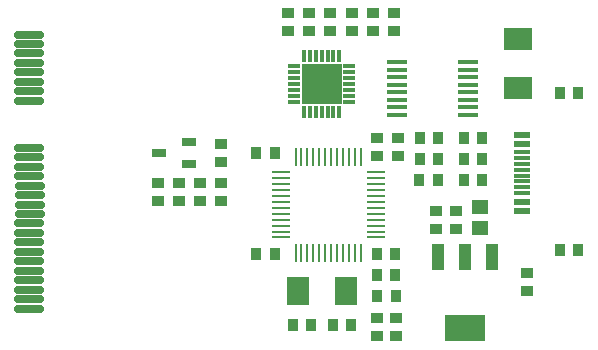
<source format=gtp>
G04*
G04 #@! TF.GenerationSoftware,Altium Limited,Altium Designer,19.0.4 (130)*
G04*
G04 Layer_Color=8421504*
%FSLAX25Y25*%
%MOIN*%
G70*
G01*
G75*
%ADD18R,0.03937X0.08661*%
%ADD19R,0.13780X0.08661*%
%ADD20R,0.03661X0.03858*%
%ADD21R,0.03858X0.03661*%
%ADD22R,0.04921X0.02756*%
%ADD23O,0.06102X0.00984*%
%ADD24O,0.00984X0.06102*%
G04:AMPARAMS|DCode=25|XSize=23.62mil|YSize=100.39mil|CornerRadius=0mil|HoleSize=0mil|Usage=FLASHONLY|Rotation=270.000|XOffset=0mil|YOffset=0mil|HoleType=Round|Shape=Octagon|*
%AMOCTAGOND25*
4,1,8,0.05020,0.00591,0.05020,-0.00591,0.04429,-0.01181,-0.04429,-0.01181,-0.05020,-0.00591,-0.05020,0.00591,-0.04429,0.01181,0.04429,0.01181,0.05020,0.00591,0.0*
%
%ADD25OCTAGOND25*%

G04:AMPARAMS|DCode=26|XSize=23.62mil|YSize=100.39mil|CornerRadius=0mil|HoleSize=0mil|Usage=FLASHONLY|Rotation=270.000|XOffset=0mil|YOffset=0mil|HoleType=Round|Shape=Octagon|*
%AMOCTAGOND26*
4,1,8,0.05020,0.00591,0.05020,-0.00591,0.04429,-0.01181,-0.04429,-0.01181,-0.05020,-0.00591,-0.05020,0.00591,-0.04429,0.01181,0.04429,0.01181,0.05020,0.00591,0.0*
%
%ADD26OCTAGOND26*%

%ADD27R,0.05709X0.02362*%
%ADD28R,0.05709X0.01181*%
%ADD29R,0.07480X0.09449*%
%ADD30R,0.07100X0.01600*%
%ADD31R,0.09449X0.07480*%
%ADD32R,0.13189X0.13189*%
%ADD33R,0.01181X0.03937*%
%ADD34R,0.03937X0.01181*%
%ADD35R,0.05787X0.04567*%
D18*
X160118Y31102D02*
D03*
X151063D02*
D03*
X142008D02*
D03*
D19*
X151063Y7480D02*
D03*
D20*
X121724Y25165D02*
D03*
X127787D02*
D03*
X113063Y8744D02*
D03*
X107000D02*
D03*
X81433Y65858D02*
D03*
X87496D02*
D03*
X121590Y32126D02*
D03*
X127654D02*
D03*
X135945Y63882D02*
D03*
X142008D02*
D03*
X93748Y8744D02*
D03*
X99811D02*
D03*
X188693Y85803D02*
D03*
X182630D02*
D03*
Y33465D02*
D03*
X188693D02*
D03*
X135913Y70945D02*
D03*
X141976D02*
D03*
X156567Y70945D02*
D03*
X150504D02*
D03*
X81433Y32126D02*
D03*
X87496D02*
D03*
X156598Y63846D02*
D03*
X150535D02*
D03*
X121811Y18205D02*
D03*
X127874D02*
D03*
X156598Y56787D02*
D03*
X150535D02*
D03*
X141827D02*
D03*
X135764D02*
D03*
D21*
X62625Y56055D02*
D03*
Y49992D02*
D03*
X55608Y49992D02*
D03*
Y56055D02*
D03*
X69642Y56055D02*
D03*
Y49992D02*
D03*
X69606Y68906D02*
D03*
Y62843D02*
D03*
X121543Y64928D02*
D03*
Y70991D02*
D03*
X127969Y4866D02*
D03*
Y10929D02*
D03*
X121811Y10929D02*
D03*
Y4866D02*
D03*
X148150Y40630D02*
D03*
Y46693D02*
D03*
X106119Y106465D02*
D03*
Y112528D02*
D03*
X171811Y25866D02*
D03*
Y19803D02*
D03*
X128772Y71043D02*
D03*
Y64980D02*
D03*
X91909Y106465D02*
D03*
Y112528D02*
D03*
X99014Y106465D02*
D03*
Y112528D02*
D03*
X127433Y106465D02*
D03*
Y112528D02*
D03*
X113224Y112528D02*
D03*
Y106465D02*
D03*
X141220Y46693D02*
D03*
Y40630D02*
D03*
X48591Y56055D02*
D03*
Y49992D02*
D03*
X120328Y106465D02*
D03*
Y112528D02*
D03*
D22*
X58866Y62134D02*
D03*
Y69614D02*
D03*
X49024Y65874D02*
D03*
D23*
X89500Y37764D02*
D03*
Y39732D02*
D03*
Y41701D02*
D03*
Y43669D02*
D03*
Y45638D02*
D03*
Y47606D02*
D03*
Y49575D02*
D03*
Y51543D02*
D03*
Y53512D02*
D03*
Y55480D02*
D03*
Y57449D02*
D03*
Y59417D02*
D03*
X121193D02*
D03*
Y57449D02*
D03*
Y55480D02*
D03*
Y53512D02*
D03*
Y51543D02*
D03*
Y49575D02*
D03*
Y47606D02*
D03*
Y45638D02*
D03*
Y43669D02*
D03*
Y41701D02*
D03*
Y39732D02*
D03*
Y37764D02*
D03*
D24*
X94520Y64437D02*
D03*
X96488D02*
D03*
X98457D02*
D03*
X100425D02*
D03*
X102394D02*
D03*
X104362D02*
D03*
X106331D02*
D03*
X108299D02*
D03*
X110268D02*
D03*
X112236D02*
D03*
X114205D02*
D03*
X116173D02*
D03*
Y32744D02*
D03*
X114205D02*
D03*
X112236D02*
D03*
X110268D02*
D03*
X108299D02*
D03*
X106331D02*
D03*
X104362D02*
D03*
X102394D02*
D03*
X100425D02*
D03*
X98457D02*
D03*
X96488D02*
D03*
X94520D02*
D03*
D25*
X5756Y105383D02*
D03*
Y83336D02*
D03*
Y102234D02*
D03*
Y99084D02*
D03*
Y95935D02*
D03*
Y92785D02*
D03*
Y89635D02*
D03*
Y86486D02*
D03*
Y58174D02*
D03*
X5856Y51875D02*
D03*
Y45576D02*
D03*
Y48726D02*
D03*
Y55025D02*
D03*
X5756Y39277D02*
D03*
Y32978D02*
D03*
Y36127D02*
D03*
Y42426D02*
D03*
Y26678D02*
D03*
Y20379D02*
D03*
Y23529D02*
D03*
Y29828D02*
D03*
Y17230D02*
D03*
Y14080D02*
D03*
D26*
Y67623D02*
D03*
Y61324D02*
D03*
Y64474D02*
D03*
D27*
X169990Y72063D02*
D03*
Y69031D02*
D03*
Y49740D02*
D03*
Y46689D02*
D03*
D28*
Y66275D02*
D03*
Y64307D02*
D03*
Y62338D02*
D03*
Y60370D02*
D03*
Y58401D02*
D03*
Y56433D02*
D03*
X169992Y54465D02*
D03*
X169990Y52496D02*
D03*
D29*
X111409Y20079D02*
D03*
X95268D02*
D03*
D30*
X128339Y96159D02*
D03*
Y93659D02*
D03*
Y91159D02*
D03*
Y88659D02*
D03*
Y86159D02*
D03*
Y83659D02*
D03*
Y81159D02*
D03*
Y78659D02*
D03*
X151961D02*
D03*
Y81159D02*
D03*
Y83659D02*
D03*
Y86159D02*
D03*
Y88659D02*
D03*
Y91159D02*
D03*
Y93660D02*
D03*
Y96159D02*
D03*
D31*
X168579Y87748D02*
D03*
Y103890D02*
D03*
D32*
X103189Y88898D02*
D03*
D33*
X109095Y79646D02*
D03*
X107126D02*
D03*
X105157D02*
D03*
X103189D02*
D03*
X101221D02*
D03*
X99252D02*
D03*
X97284D02*
D03*
Y98150D02*
D03*
X99252D02*
D03*
X101221D02*
D03*
X103189D02*
D03*
X105157D02*
D03*
X107126D02*
D03*
X109095D02*
D03*
D34*
X93937Y82992D02*
D03*
Y84961D02*
D03*
Y86929D02*
D03*
Y88898D02*
D03*
Y90866D02*
D03*
Y92835D02*
D03*
Y94803D02*
D03*
X112441D02*
D03*
Y92835D02*
D03*
Y90866D02*
D03*
Y88898D02*
D03*
Y86929D02*
D03*
Y84961D02*
D03*
Y82992D02*
D03*
D35*
X156102Y48071D02*
D03*
Y41063D02*
D03*
M02*

</source>
